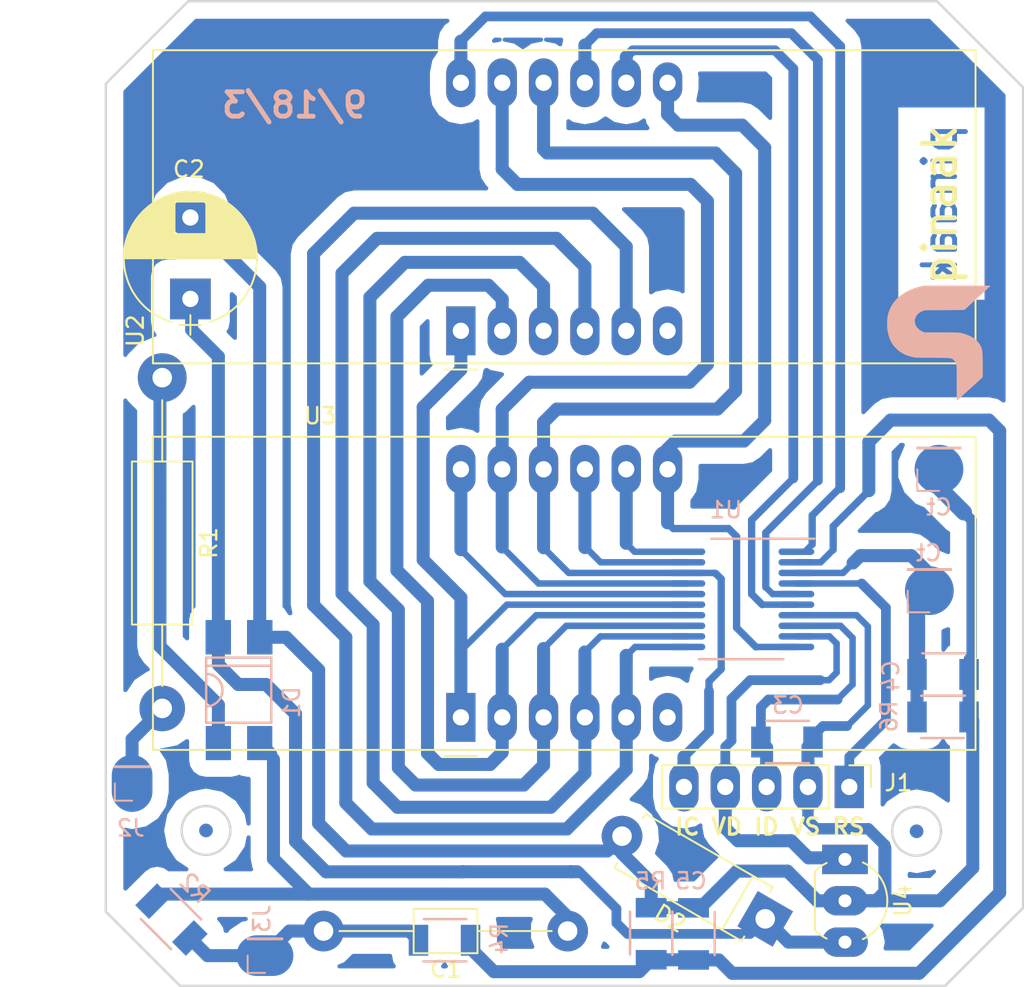
<source format=kicad_pcb>
(kicad_pcb (version 20240108) (generator "pcbnew") (generator_version "8.0")
  (layers (0 "F.Cu" signal) (31 "B.Cu" signal) (34 "B.Paste" user) (35 "F.Paste" user) (36 "B.SilkS" user "B.Silkscreen") (37 "F.SilkS" user "F.Silkscreen") (38 "B.Mask" user) (39 "F.Mask" user) (44 "Edge.Cuts" user))
  (net 0 "")
  (net 1 "E")
  (net 2 "D")
  (net 3 "C")
  (net 4 "G")
  (net 5 "Net-(U2-Pad6)")
  (net 6 "B")
  (net 7 "D3")
  (net 8 "D2")
  (net 9 "F")
  (net 10 "A")
  (net 11 "D1")
  (net 12 "Net-(U3-Pad6)")
  (net 13 "D6")
  (net 14 "D5")
  (net 15 "D4")
  (net 16 "VSS")
  (net 17 "VDD")
  (net 18 "NRST")
  (net 19 "Net-(C1-Pad1)")
  (net 20 "Net-(C1-Pad2)")
  (net 21 "Net-(C2-Pad1)")
  (net 22 "Net-(J2-Pad1)")
  (net 23 "Net-(D1-Pad3)")
  (net 24 "AC_voltage")
  (net 25 "current")
  (net 26 "Vcap")
  (net 27 "DP")
  (footprint "Displays_7-Segment:CA56-12SYKWA" (layer "F.Cu") (at 142.74 116.95 90)
    (property "Reference" "U3" (at 18.52 -8.64 180) (layer "F.SilkS"))
    (property "Value" "CA56-12SYKWA")
    (pad "1" thru_hole rect (at 0 0 90) (size 3 1.8) (drill 1) (layers "*.Cu" "*.Mask") (net 1 "E"))
    (pad "2" thru_hole oval (at 0 2.54 90) (size 3 1.8) (drill 1) (layers "*.Cu" "*.Mask") (net 2 "D"))
    (pad "3" thru_hole oval (at 0 5.08 90) (size 3 1.8) (drill 1) (layers "*.Cu" "*.Mask") (net 27 "DP"))
    (pad "4" thru_hole oval (at 0 7.62 90) (size 3 1.8) (drill 1) (layers "*.Cu" "*.Mask") (net 3 "C"))
    (pad "5" thru_hole oval (at 0 10.16 90) (size 3 1.8) (drill 1) (layers "*.Cu" "*.Mask") (net 4 "G"))
    (pad "6" thru_hole oval (at 0 12.7 90) (size 3 1.8) (drill 1) (layers "*.Cu" "*.Mask") (net 12 "Net-(U3-Pad6)"))
    (pad "7" thru_hole oval (at 15.24 12.7 90) (size 3 1.8) (drill 1) (layers "*.Cu" "*.Mask") (net 6 "B"))
    (pad "8" thru_hole oval (at 15.24 10.16 90) (size 3 1.8) (drill 1) (layers "*.Cu" "*.Mask") (net 13 "D6"))
    (pad "9" thru_hole oval (at 15.24 7.62 90) (size 3 1.8) (drill 1) (layers "*.Cu" "*.Mask") (net 14 "D5"))
    (pad "10" thru_hole oval (at 15.24 5.08 90) (size 3 1.8) (drill 1) (layers "*.Cu" "*.Mask") (net 9 "F"))
    (pad "11" thru_hole oval (at 15.24 2.54 90) (size 3 1.8) (drill 1) (layers "*.Cu" "*.Mask") (net 10 "A"))
    (pad "12" thru_hole oval (at 15.24 0 90) (size 3 1.8) (drill 1) (layers "*.Cu" "*.Mask") (net 15 "D4"))
  )
  (footprint "Displays_7-Segment:CA56-12SYKWA" (layer "F.Cu") (at 142.74 93.2 90)
    (property "Reference" "U2" (at 0 -20 90) (layer "F.SilkS"))
    (property "Value" "CA56-12SYKWA")
    (pad "1" thru_hole rect (at 0 0 90) (size 3 1.8) (drill 1) (layers "*.Cu" "*.Mask") (net 1 "E"))
    (pad "2" thru_hole oval (at 0 2.54 90) (size 3 1.8) (drill 1) (layers "*.Cu" "*.Mask") (net 2 "D"))
    (pad "3" thru_hole oval (at 0 5.08 90) (size 3 1.8) (drill 1) (layers "*.Cu" "*.Mask") (net 27 "DP"))
    (pad "4" thru_hole oval (at 0 7.62 90) (size 3 1.8) (drill 1) (layers "*.Cu" "*.Mask") (net 3 "C"))
    (pad "5" thru_hole oval (at 0 10.16 90) (size 3 1.8) (drill 1) (layers "*.Cu" "*.Mask") (net 4 "G"))
    (pad "6" thru_hole oval (at 0 12.7 90) (size 3 1.8) (drill 1) (layers "*.Cu" "*.Mask") (net 5 "Net-(U2-Pad6)"))
    (pad "7" thru_hole oval (at 15.24 12.7 90) (size 2.5 1.8) (drill 1) (layers "*.Cu" "*.Mask") (net 6 "B"))
    (pad "8" thru_hole oval (at 15.24 10.16 90) (size 3 1.8) (drill 1) (layers "*.Cu" "*.Mask") (net 7 "D3"))
    (pad "9" thru_hole oval (at 15.24 7.62 90) (size 3 1.8) (drill 1) (layers "*.Cu" "*.Mask") (net 8 "D2"))
    (pad "10" thru_hole oval (at 15.24 5.08 90) (size 3 1.8) (drill 1) (layers "*.Cu" "*.Mask") (net 9 "F"))
    (pad "11" thru_hole oval (at 15.24 2.54 90) (size 3 1.8) (drill 1) (layers "*.Cu" "*.Mask") (net 10 "A"))
    (pad "12" thru_hole oval (at 15.24 0 90) (size 3 1.8) (drill 1) (layers "*.Cu" "*.Mask") (net 11 "D1"))
  )
  (footprint "Capacitors_THT:C_Axial_L3.8mm_D2.6mm_P15.00mm_Horizontal" (layer "F.Cu") (at 149.3 130.08 180)
    (property "Reference" "C1" (at 7.48 -2.35 180) (layer "F.SilkS"))
    (property "Value" "684J")
    (pad "1" thru_hole circle (at 0 0 180) (size 2.5 2.5) (drill 1.2) (layers "*.Cu" "*.Mask") (net 19 "Net-(C1-Pad1)"))
    (pad "2" thru_hole circle (at 15 0 180) (size 2.5 2.5) (drill 1.2) (layers "*.Cu" "*.Mask") (net 20 "Net-(C1-Pad2)"))
  )
  (footprint "Capacitors_THT:CP_Radial_D8.0mm_P5.00mm" (layer "F.Cu") (at 126.12 91.24 90)
    (property "Reference" "C2" (at 7.965 -0.095 180) (layer "F.SilkS"))
    (property "Value" "470uf")
    (pad "1" thru_hole rect (at 0 0 90) (size 2.5 2.5) (drill 1) (layers "*.Cu" "*.Mask") (net 21 "Net-(C2-Pad1)"))
    (pad "2" thru_hole circle (at 5 0 90) (size 2.5 2.5) (drill 1) (layers "*.Cu" "*.Mask") (net 16 "VSS"))
  )
  (footprint "Diodes_THT:D_5W_P10.16mm_Horizontal" (layer "F.Cu") (at 161.44 129.33 150)
    (property "Reference" "D2" (at 5.08 -2.91 150) (layer "F.SilkS"))
    (property "Value" "7.5V")
    (pad "1" thru_hole rect (at 0 0 150) (size 2.5 2.5) (drill 1.2) (layers "*.Cu" "*.Mask") (net 21 "Net-(C2-Pad1)"))
    (pad "2" thru_hole oval (at 10.16 0 150) (size 2.5 2.5) (drill 1.2) (layers "*.Cu" "*.Mask") (net 16 "VSS"))
  )
  (footprint "TO_SOT_Packages_THT:TO-92_Inline_Wide" (layer "F.Cu") (at 166.34 125.68 -90)
    (property "Reference" "U4" (at 2.54 -3.56 90) (layer "F.SilkS"))
    (property "Value" "L78L05_TO92")
    (pad "1" thru_hole rect (at 0 0) (size 2.8 1.8) (drill 0.8) (layers "*.Cu" "*.Mask") (net 17 "VDD"))
    (pad "2" thru_hole oval (at 2.54 0) (size 2.8 1.8) (drill 0.8) (layers "*.Cu" "*.Mask") (net 16 "VSS"))
    (pad "3" thru_hole oval (at 5.08 0) (size 2.8 1.8) (drill 0.8) (layers "*.Cu" "*.Mask") (net 21 "Net-(C2-Pad1)"))
  )
  (footprint "Resistors_THT:R_Axial_DIN0411_L9.9mm_D3.6mm_P20.32mm_Horizontal" (layer "F.Cu") (at 124.39 96.08 -90)
    (property "Reference" "R1" (at 10.16 -2.86 -90) (layer "F.SilkS"))
    (property "Value" "100R")
    (pad "1" thru_hole circle (at 0 0 270) (size 3 3) (drill 1.2) (layers "*.Cu" "*.Mask") (net 23 "Net-(D1-Pad3)"))
    (pad "2" thru_hole oval (at 20.32 0 270) (size 2.8 2.8) (drill 1.2) (layers "*.Cu" "*.Mask") (net 22 "Net-(J2-Pad1)"))
  )
  (footprint "Pin_Headers:Pin_Header_Straight_1x05_Pitch2.54mm" (layer "F.Cu") (at 166.605 121.225 -90)
    (property "Reference" "J1" (at -0.25 -3.02 0) (layer "F.SilkS"))
    (property "Value" "Conn_01x05")
    (pad "1" thru_hole rect (at 0 0 270) (size 2.6 1.8) (drill 1) (layers "*.Cu" "*.Mask") (net 18 "NRST"))
    (pad "2" thru_hole oval (at 0 2.54 270) (size 3 1.8) (drill 1) (layers "*.Cu" "*.Mask") (net 16 "VSS"))
    (pad "3" thru_hole oval (at 0 5.08 270) (size 3 1.8) (drill 1) (layers "*.Cu" "*.Mask") (net 26 "Vcap"))
    (pad "4" thru_hole oval (at 0 7.62 270) (size 3 1.8) (drill 1) (layers "*.Cu" "*.Mask") (net 17 "VDD"))
    (pad "5" thru_hole oval (at 0 10.16 270) (size 3 1.8) (drill 1) (layers "*.Cu" "*.Mask") (net 9 "F"))
  )
  (footprint "MB10_Bridge:MB10_bridge" (layer "B.Cu") (at 127.84 112.03 -90)
    (property "Reference" "D1" (at 4 -4.5 -90) (layer "B.SilkS") (effects (justify mirror)))
    (property "Value" "D_Bridge_+-AA")
    (pad "1" smd rect (at 0 0 270) (size 2.1 1.55) (layers "B.Cu" "B.Paste" "B.Mask") (net 21 "Net-(C2-Pad1)"))
    (pad "1" smd rect (at 0 0 270) (size 2.1 1.55) (layers "B.Cu" "B.Paste" "B.Mask") (net 21 "Net-(C2-Pad1)"))
    (pad "1" smd rect (at 0 0 270) (size 2.1 1.55) (layers "B.Cu" "B.Paste" "B.Mask") (net 21 "Net-(C2-Pad1)"))
    (pad "1" smd rect (at 0 0 270) (size 2.1 1.55) (layers "B.Cu" "B.Paste" "B.Mask") (net 21 "Net-(C2-Pad1)"))
    (pad "2" smd rect (at 0 -2.54 270) (size 2.1 1.55) (layers "B.Cu" "B.Paste" "B.Mask") (net 16 "VSS"))
    (pad "2" smd rect (at 0 -2.54 270) (size 2.1 1.55) (layers "B.Cu" "B.Paste" "B.Mask") (net 16 "VSS"))
    (pad "2" smd rect (at 0 -2.54 270) (size 2.1 1.55) (layers "B.Cu" "B.Paste" "B.Mask") (net 16 "VSS"))
    (pad "2" smd rect (at 0 -2.54 270) (size 2.1 1.55) (layers "B.Cu" "B.Paste" "B.Mask") (net 16 "VSS"))
    (pad "3" smd rect (at 6.5 0 270) (size 2.1 1.55) (layers "B.Cu" "B.Paste" "B.Mask") (net 23 "Net-(D1-Pad3)"))
    (pad "4" smd rect (at 6.5 -2.54 270) (size 2.1 1.55) (layers "B.Cu" "B.Paste" "B.Mask") (net 19 "Net-(C1-Pad1)"))
  )
  (footprint "Pin_Headers:Pin_Header_Straight_1x01_Pitch2.00mm" (layer "B.Cu") (at 122.54 121.01)
    (property "Reference" "J2" (at -0.085 2.745 0) (layer "B.SilkS") (effects (justify mirror)))
    (property "Value" "Conn_01x01")
    (pad "1" smd oval (at 0 0) (size 2.5 3.5) (layers "B.Cu" "B.Paste" "B.Mask") (net 22 "Net-(J2-Pad1)"))
  )
  (footprint "Pin_Headers:Pin_Header_Straight_1x01_Pitch2.00mm" (layer "B.Cu") (at 130.7 131.59)
    (property "Reference" "J3" (at -0.185 -2.265 90) (layer "B.SilkS") (effects (justify mirror)))
    (property "Value" "Conn_01x01")
    (pad "1" smd oval (at 0 0) (size 3.5 2.5) (layers "B.Cu" "B.Paste" "B.Mask") (net 20 "Net-(C1-Pad2)"))
  )
  (footprint "Pin_Headers:Pin_Header_Straight_1x01_Pitch2.54mm" (layer "B.Cu") (at 171.525 109.165)
    (property "Reference" "Ct" (at -0.035 -2.315 0) (layer "B.SilkS") (effects (justify mirror)))
    (property "Value" "Conn_01x01")
    (pad "1" smd circle (at 0 0) (size 3 3) (layers "B.Cu" "B.Paste" "B.Mask") (net 25 "current"))
  )
  (footprint "Pin_Headers:Pin_Header_Straight_1x01_Pitch2.54mm" (layer "B.Cu") (at 172.115 101.705)
    (property "Reference" "Ct" (at 0 2.33 0) (layer "B.SilkS") (effects (justify mirror)))
    (property "Value" "Conn_01x01")
    (pad "1" smd circle (at 0 0) (size 3 3) (layers "B.Cu" "B.Paste" "B.Mask") (net 16 "VSS"))
  )
  (footprint "LOGO" (layer "B.Cu") (at 172.135 93.725 180)
    (property "Reference" "~" (hide yes))
    (property "Value" "" (hide yes))
  )
  (footprint "custom:Resistor_1206" (layer "B.Cu") (at 157.035 128.655 -90)
    (property "Reference" "C5" (at -1.65 0.16 0) (layer "B.SilkS") (effects (justify mirror)))
    (property "Value" "C")
    (pad "1" smd rect (at 0 0 270) (size 1.2 1.9) (layers "B.Cu" "B.Paste" "B.Mask") (net 16 "VSS"))
    (pad "2" smd rect (at 3.2 0 270) (size 1.2 1.9) (layers "B.Cu" "B.Paste" "B.Mask") (net 24 "AC_voltage"))
  )
  (footprint "custom:Resistor_1206" (layer "B.Cu") (at 123.825 128.245 -45)
    (property "Reference" "R2" (at 1.25 -2.375 -45) (layer "B.SilkS") (effects (justify mirror)))
    (property "Value" "470KR")
    (pad "1" smd rect (at 0 0 315) (size 1.2 1.9) (layers "B.Cu" "B.Paste" "B.Mask") (net 19 "Net-(C1-Pad1)"))
    (pad "2" smd rect (at 3.2 0 315) (size 1.2 1.9) (layers "B.Cu" "B.Paste" "B.Mask") (net 20 "Net-(C1-Pad2)"))
  )
  (footprint "custom:Resistor_1206" (layer "B.Cu") (at 143.335 130.645 180)
    (property "Reference" "R4" (at -1.77 0.1 -90) (layer "B.SilkS") (effects (justify mirror)))
    (property "Value" "330KR")
    (pad "1" smd rect (at 0 0 180) (size 1.2 1.9) (layers "B.Cu" "B.Paste" "B.Mask") (net 24 "AC_voltage"))
    (pad "2" smd rect (at 3.2 0 180) (size 1.2 1.9) (layers "B.Cu" "B.Paste" "B.Mask") (net 20 "Net-(C1-Pad2)"))
  )
  (footprint "custom:Resistor_1206" (layer "B.Cu") (at 154.435 128.645 -90)
    (property "Reference" "R5" (at -1.63 0.05 0) (layer "B.SilkS") (effects (justify mirror)))
    (property "Value" "1.5KR")
    (pad "1" smd rect (at 0 0 270) (size 1.2 1.9) (layers "B.Cu" "B.Paste" "B.Mask") (net 16 "VSS"))
    (pad "2" smd rect (at 3.2 0 270) (size 1.2 1.9) (layers "B.Cu" "B.Paste" "B.Mask") (net 24 "AC_voltage"))
  )
  (footprint "custom:Resistor_1206" (layer "B.Cu") (at 170.765 116.925)
    (property "Reference" "C4" (at -1.6 -2.51 90) (layer "B.SilkS") (effects (justify mirror)))
    (property "Value" "C")
    (pad "1" smd rect (at 0 0) (size 1.2 1.9) (layers "B.Cu" "B.Paste" "B.Mask") (net 25 "current"))
    (pad "2" smd rect (at 3.2 0) (size 1.2 1.9) (layers "B.Cu" "B.Paste" "B.Mask") (net 16 "VSS"))
  )
  (footprint "custom:Resistor_1206" (layer "B.Cu") (at 173.965 114.315 180)
    (property "Reference" "R6" (at 4.92 -2.58 -90) (layer "B.SilkS") (effects (justify mirror)))
    (property "Value" "100R")
    (pad "1" smd rect (at 0 0 180) (size 1.2 1.9) (layers "B.Cu" "B.Paste" "B.Mask") (net 16 "VSS"))
    (pad "2" smd rect (at 3.2 0 180) (size 1.2 1.9) (layers "B.Cu" "B.Paste" "B.Mask") (net 25 "current"))
  )
  (footprint "custom:Resistor_1206" (layer "B.Cu") (at 164.375 118.465 180)
    (property "Reference" "C3" (at 1.54 2.26 180) (layer "B.SilkS") (effects (justify mirror)))
    (property "Value" "C")
    (pad "1" smd rect (at 0 0 180) (size 1.2 1.9) (layers "B.Cu" "B.Paste" "B.Mask") (net 16 "VSS"))
    (pad "2" smd rect (at 3.2 0 180) (size 1.2 1.9) (layers "B.Cu" "B.Paste" "B.Mask") (net 26 "Vcap"))
  )
  (footprint "custom:SSOP-20_custom" (layer "B.Cu") (at 163.355 106.775 180)
    (property "Reference" "U1" (at 4.33 2.57 180) (layer "B.SilkS") (effects (justify mirror)))
    (property "Value" "STM8003F3")
    (pad "1" smd oval (at 0 0 180) (size 2.2 0.4) (layers "B.Cu" "B.Paste" "B.Mask") (net 11 "D1"))
    (pad "2" smd oval (at 0 -0.65 180) (size 2.2 0.4) (layers "B.Cu" "B.Paste" "B.Mask") (net 24 "AC_voltage"))
    (pad "3" smd oval (at 0 -1.3 180) (size 2.2 0.4) (layers "B.Cu" "B.Paste" "B.Mask") (net 25 "current"))
    (pad "4" smd oval (at 0 -1.95 180) (size 2.2 0.4) (layers "B.Cu" "B.Paste" "B.Mask") (net 18 "NRST"))
    (pad "5" smd oval (at 0 -2.6 180) (size 2.2 0.4) (layers "B.Cu" "B.Paste" "B.Mask") (net 8 "D2"))
    (pad "6" smd oval (at 0 -3.25 180) (size 2.2 0.4) (layers "B.Cu" "B.Paste" "B.Mask") (net 7 "D3"))
    (pad "7" smd oval (at 0 -3.9 180) (size 2.2 0.4) (layers "B.Cu" "B.Paste" "B.Mask") (net 16 "VSS"))
    (pad "8" smd oval (at 0 -4.55 180) (size 2.2 0.4) (layers "B.Cu" "B.Paste" "B.Mask") (net 26 "Vcap"))
    (pad "9" smd oval (at 0 -5.2 180) (size 2.2 0.4) (layers "B.Cu" "B.Paste" "B.Mask") (net 17 "VDD"))
    (pad "10" smd oval (at 0 -5.85 180) (size 2.2 0.4) (layers "B.Cu" "B.Paste" "B.Mask") (net 6 "B"))
    (pad "11" smd oval (at 6.7 -5.85 180) (size 2.2 0.4) (layers "B.Cu" "B.Paste" "B.Mask") (net 4 "G"))
    (pad "12" smd oval (at 6.7 -5.2 180) (size 2.2 0.4) (layers "B.Cu" "B.Paste" "B.Mask") (net 3 "C"))
    (pad "13" smd oval (at 6.7 -4.55 180) (size 2.2 0.4) (layers "B.Cu" "B.Paste" "B.Mask") (net 27 "DP"))
    (pad "14" smd oval (at 6.7 -3.9 180) (size 2.2 0.4) (layers "B.Cu" "B.Paste" "B.Mask") (net 2 "D"))
    (pad "15" smd oval (at 6.7 -3.25 180) (size 2.2 0.4) (layers "B.Cu" "B.Paste" "B.Mask") (net 1 "E"))
    (pad "16" smd oval (at 6.7 -2.6 180) (size 2.2 0.4) (layers "B.Cu" "B.Paste" "B.Mask") (net 15 "D4"))
    (pad "17" smd oval (at 6.7 -1.95 180) (size 2.2 0.4) (layers "B.Cu" "B.Paste" "B.Mask") (net 10 "A"))
    (pad "18" smd oval (at 6.7 -1.3 180) (size 2.2 0.4) (layers "B.Cu" "B.Paste" "B.Mask") (net 9 "F"))
    (pad "19" smd oval (at 6.7 -0.65 180) (size 2.2 0.4) (layers "B.Cu" "B.Paste" "B.Mask") (net 14 "D5"))
    (pad "20" smd oval (at 6.7 0 180) (size 2.2 0.4) (layers "B.Cu" "B.Paste" "B.Mask") (net 13 "D6"))
  )
  (gr_line (start 125.49 133.45) (end 172.49 133.45) (stroke (width 0.15)) (layer "Edge.Cuts"))
  (gr_line (start 125.99 72.95) (end 171.99 72.95) (stroke (width 0.15)) (layer "Edge.Cuts"))
  (gr_circle (center 170.74 123.95) (end 170.74 122.45) (stroke (width 0.15)) (fill none) (layer "Edge.Cuts"))
  (gr_circle (center 127.08 123.9) (end 127.08 122.4) (stroke (width 0.15)) (fill none) (layer "Edge.Cuts"))
  (gr_line (start 120.925 128.885) (end 120.925 78.015) (stroke (width 0.15)) (layer "Edge.Cuts"))
  (gr_line (start 177.285 128.655) (end 172.495 133.445) (stroke (width 0.15)) (layer "Edge.Cuts"))
  (gr_line (start 171.995 72.955) (end 171.985 72.955) (stroke (width 0.15)) (layer "Edge.Cuts"))
  (gr_line (start 177.285 128.655) (end 177.285 78.245) (stroke (width 0.15)) (layer "Edge.Cuts"))
  (gr_line (start 177.285 78.245) (end 171.995 72.955) (stroke (width 0.15)) (layer "Edge.Cuts"))
  (gr_line (start 120.925 78.015) (end 125.985 72.955) (stroke (width 0.15)) (layer "Edge.Cuts"))
  (gr_line (start 120.925 128.885) (end 125.485 133.445) (stroke (width 0.15)) (layer "Edge.Cuts"))
  (gr_line (start 125.985 72.955) (end 125.995 72.955) (stroke (width 0.15)) (layer "Edge.Cuts"))
  (gr_text "pinaak" (at 172.165 85.385 90) (layer "B.Cu") (effects (font (size 2 2) (thickness 0.3)) (justify mirror)))
  (gr_text "9/18/3\n" (at 132.525 79.335 0) (layer "B.SilkS") (effects (font (size 1.5 1.5) (thickness 0.3)) (justify mirror)))
  (gr_text "pinaak" (at 172.165 85.445 90) (layer "F.SilkS") (effects (font (size 2 2) (thickness 0.3))))
  (gr_text "IC VD ID VS RS" (at 161.725 123.675 0) (layer "F.SilkS") (effects (font (size 1 1) (thickness 0.2))))
  (segment (start 142.74 116.95) (end 142.74 112.86) (width 0.8) (layer "B.Cu") (net 1))
  (segment (start 142.74 112.86) (end 142.74 109.59) (width 0.8) (layer "B.Cu") (net 1))
  (segment (start 142.74 109.59) (end 140.425 107.275) (width 0.8) (layer "B.Cu") (net 1))
  (segment (start 140.425 107.275) (end 140.425 97.895) (width 0.8) (layer "B.Cu") (net 1))
  (segment (start 140.425 97.895) (end 142.74 95.58) (width 0.8) (layer "B.Cu") (net 1))
  (segment (start 142.74 95.58) (end 142.74 93.2) (width 0.8) (layer "B.Cu") (net 1))
  (segment (start 145.575 110.025) (end 142.74 112.86) (width 0.4) (layer "B.Cu") (net 1))
  (segment (start 156.655 110.025) (end 145.575 110.025) (width 0.4) (layer "B.Cu") (net 1))
  (segment (start 145.28 116.95) (end 145.28 119.1) (width 0.8) (layer "B.Cu") (net 2))
  (segment (start 145.28 119.1) (end 144.535 119.845) (width 0.8) (layer "B.Cu") (net 2))
  (segment (start 144.535 119.845) (end 141.38 119.845) (width 0.8) (layer "B.Cu") (net 2))
  (segment (start 141.38 119.845) (end 140.69 119.155) (width 0.8) (layer "B.Cu") (net 2))
  (segment (start 140.69 119.155) (end 140.69 109.8) (width 0.8) (layer "B.Cu") (net 2))
  (segment (start 140.69 109.8) (end 138.81 107.92) (width 0.8) (layer "B.Cu") (net 2))
  (segment (start 138.81 107.92) (end 138.81 92.33) (width 0.8) (layer "B.Cu") (net 2))
  (segment (start 138.81 92.33) (end 140.74 90.4) (width 0.8) (layer "B.Cu") (net 2))
  (segment (start 140.74 90.4) (end 144.43 90.4) (width 0.8) (layer "B.Cu") (net 2))
  (segment (start 144.43 90.4) (end 145.28 91.25) (width 0.8) (layer "B.Cu") (net 2))
  (segment (start 145.28 91.25) (end 145.28 93.2) (width 0.8) (layer "B.Cu") (net 2))
  (segment (start 147.365 110.675) (end 145.28 112.76) (width 0.4) (layer "B.Cu") (net 2))
  (segment (start 145.28 112.76) (end 145.28 116.95) (width 0.8) (layer "B.Cu") (net 2))
  (segment (start 156.655 110.675) (end 147.365 110.675) (width 0.4) (layer "B.Cu") (net 2))
  (segment (start 150.36 116.95) (end 150.36 120.38) (width 0.8) (layer "B.Cu") (net 3))
  (segment (start 150.36 120.38) (end 148.265 122.475) (width 0.8) (layer "B.Cu") (net 3))
  (segment (start 148.265 122.475) (end 138.845 122.475) (width 0.8) (layer "B.Cu") (net 3))
  (segment (start 138.845 122.475) (end 137.35 120.98) (width 0.8) (layer "B.Cu") (net 3))
  (segment (start 137.35 120.98) (end 137.35 111.26) (width 0.8) (layer "B.Cu") (net 3))
  (segment (start 137.35 111.26) (end 135.435 109.345) (width 0.8) (layer "B.Cu") (net 3))
  (segment (start 135.435 109.345) (end 135.435 89.675) (width 0.8) (layer "B.Cu") (net 3))
  (segment (start 135.435 89.675) (end 137.59 87.52) (width 0.8) (layer "B.Cu") (net 3))
  (segment (start 137.59 87.52) (end 148.62 87.52) (width 0.8) (layer "B.Cu") (net 3))
  (segment (start 148.62 87.52) (end 150.36 89.26) (width 0.8) (layer "B.Cu") (net 3))
  (segment (start 150.36 89.26) (end 150.36 93.2) (width 0.8) (layer "B.Cu") (net 3))
  (segment (start 151.315 111.975) (end 150.36 112.93) (width 0.4) (layer "B.Cu") (net 3))
  (segment (start 150.36 112.93) (end 150.36 116.95) (width 0.8) (layer "B.Cu") (net 3))
  (segment (start 156.655 111.975) (end 151.315 111.975) (width 0.4) (layer "B.Cu") (net 3))
  (segment (start 150.845 85.975) (end 136.175 85.975) (width 0.8) (layer "B.Cu") (net 4))
  (segment (start 136.175 85.975) (end 133.69 88.46) (width 0.8) (layer "B.Cu") (net 4))
  (segment (start 133.69 88.46) (end 133.69 110.055) (width 0.8) (layer "B.Cu") (net 4))
  (segment (start 133.69 110.055) (end 135.67 112.035) (width 0.8) (layer "B.Cu") (net 4))
  (segment (start 135.67 112.035) (end 135.67 122.21) (width 0.8) (layer "B.Cu") (net 4))
  (segment (start 135.67 122.21) (end 137.27 123.81) (width 0.8) (layer "B.Cu") (net 4))
  (segment (start 137.27 123.81) (end 149.25 123.81) (width 0.8) (layer "B.Cu") (net 4))
  (segment (start 149.25 123.81) (end 152.9 120.16) (width 0.8) (layer "B.Cu") (net 4))
  (segment (start 152.9 93.2) (end 152.9 88.03) (width 0.8) (layer "B.Cu") (net 4))
  (segment (start 152.9 88.03) (end 150.845 85.975) (width 0.8) (layer "B.Cu") (net 4))
  (segment (start 152.9 120.16) (end 152.9 116.95) (width 0.8) (layer "B.Cu") (net 4))
  (segment (start 152.9 93.2) (end 152.9 94.04) (width 0.45) (layer "B.Cu") (net 4))
  (segment (start 153.445 112.625) (end 152.9 113.17) (width 0.4) (layer "B.Cu") (net 4))
  (segment (start 152.9 113.17) (end 152.9 113.14) (width 0.8) (layer "B.Cu") (net 4))
  (segment (start 156.655 112.625) (end 153.445 112.625) (width 0.4) (layer "B.Cu") (net 4))
  (segment (start 152.9 116.95) (end 152.9 113.17) (width 0.8) (layer "B.Cu") (net 4))
  (segment (start 159.68 111.44) (end 159.68 105.84) (width 0.45) (layer "B.Cu") (net 6))
  (segment (start 160.865 112.625) (end 159.68 111.44) (width 0.45) (layer "B.Cu") (net 6))
  (segment (start 155.44 105) (end 155.44 101.71) (width 0.45) (layer "B.Cu") (net 6))
  (segment (start 155.79 105.35) (end 155.44 105) (width 0.45) (layer "B.Cu") (net 6))
  (segment (start 159.19 105.35) (end 155.79 105.35) (width 0.45) (layer "B.Cu") (net 6))
  (segment (start 159.68 105.84) (end 159.19 105.35) (width 0.45) (layer "B.Cu") (net 6))
  (segment (start 155.44 102.15) (end 155.44 101.71) (width 0.2) (layer "B.Cu") (net 6))
  (segment (start 155.44 100.46) (end 155.925 99.975) (width 0.8) (layer "B.Cu") (net 6))
  (segment (start 155.925 99.975) (end 160.135 99.975) (width 0.8) (layer "B.Cu") (net 6))
  (segment (start 160.135 99.975) (end 161.405 98.705) (width 0.8) (layer "B.Cu") (net 6))
  (segment (start 161.405 98.705) (end 161.405 81.945) (width 0.8) (layer "B.Cu") (net 6))
  (segment (start 161.405 81.945) (end 160.025 80.565) (width 0.8) (layer "B.Cu") (net 6))
  (segment (start 160.025 80.565) (end 156.095 80.565) (width 0.8) (layer "B.Cu") (net 6))
  (segment (start 156.095 80.565) (end 155.44 79.91) (width 0.8) (layer "B.Cu") (net 6))
  (segment (start 155.44 79.91) (end 155.44 77.96) (width 0.8) (layer "B.Cu") (net 6))
  (segment (start 155.44 101.71) (end 155.44 100.46) (width 0.8) (layer "B.Cu") (net 6))
  (segment (start 163.355 112.625) (end 160.865 112.625) (width 0.4) (layer "B.Cu") (net 6))
  (segment (start 155.44 101.71) (end 155.44 105) (width 0.8) (layer "B.Cu") (net 6))
  (segment (start 152.9 77.96) (end 152.98 77.96) (width 0.2) (layer "B.Cu") (net 7))
  (segment (start 161.255 110.025) (end 160.605 109.375) (width 0.45) (layer "B.Cu") (net 7))
  (segment (start 160.605 109.375) (end 160.605 104.825) (width 0.45) (layer "B.Cu") (net 7))
  (segment (start 160.605 104.825) (end 163.165 102.265) (width 0.45) (layer "B.Cu") (net 7))
  (segment (start 163.165 102.265) (end 163.165 77.095) (width 0.45) (layer "B.Cu") (net 7))
  (segment (start 152.9 76.37) (end 153.305 75.965) (width 0.6) (layer "B.Cu") (net 7))
  (segment (start 153.305 75.965) (end 162.035 75.965) (width 0.6) (layer "B.Cu") (net 7))
  (segment (start 162.035 75.965) (end 163.165 77.095) (width 0.6) (layer "B.Cu") (net 7))
  (segment (start 163.165 77.095) (end 163.165 102.265) (width 0.6) (layer "B.Cu") (net 7))
  (segment (start 163.355 110.025) (end 161.255 110.025) (width 0.4) (layer "B.Cu") (net 7))
  (segment (start 152.9 77.96) (end 152.9 76.37) (width 0.8) (layer "B.Cu") (net 7))
  (segment (start 161.475 108.955) (end 161.475 105.605) (width 0.45) (layer "B.Cu") (net 8))
  (segment (start 161.475 105.605) (end 164.675 102.405) (width 0.45) (layer "B.Cu") (net 8))
  (segment (start 150.36 75.64) (end 151.085 74.915) (width 0.6) (layer "B.Cu") (net 8))
  (segment (start 151.085 74.915) (end 163.045 74.915) (width 0.6) (layer "B.Cu") (net 8))
  (segment (start 163.045 74.915) (end 164.675 76.545) (width 0.6) (layer "B.Cu") (net 8))
  (segment (start 164.675 76.545) (end 164.675 102.405) (width 0.6) (layer "B.Cu") (net 8))
  (segment (start 161.895 109.375) (end 161.475 108.955) (width 0.4) (layer "B.Cu") (net 8))
  (segment (start 150.36 77.96) (end 150.36 75.64) (width 0.8) (layer "B.Cu") (net 8))
  (segment (start 161.895 109.375) (end 163.355 109.375) (width 0.4) (layer "B.Cu") (net 8))
  (segment (start 147.82 101.71) (end 147.82 98.82) (width 0.8) (layer "B.Cu") (net 9))
  (segment (start 147.82 82.06) (end 147.82 77.96) (width 0.8) (layer "B.Cu") (net 9))
  (segment (start 148.035 82.275) (end 147.82 82.06) (width 0.8) (layer "B.Cu") (net 9))
  (segment (start 158.375 82.275) (end 148.035 82.275) (width 0.8) (layer "B.Cu") (net 9))
  (segment (start 159.62 83.52) (end 158.375 82.275) (width 0.8) (layer "B.Cu") (net 9))
  (segment (start 159.62 96.89) (end 159.62 83.52) (width 0.8) (layer "B.Cu") (net 9))
  (segment (start 158.5 98.01) (end 159.62 96.89) (width 0.8) (layer "B.Cu") (net 9))
  (segment (start 148.63 98.01) (end 158.5 98.01) (width 0.8) (layer "B.Cu") (net 9))
  (segment (start 147.82 98.82) (end 148.63 98.01) (width 0.8) (layer "B.Cu") (net 9))
  (segment (start 147.82 77.96) (end 147.82 78.78) (width 0.45) (layer "B.Cu") (net 9))
  (segment (start 149.365 108.075) (end 147.82 106.53) (width 0.4) (layer "B.Cu") (net 9))
  (segment (start 156.445 119.355) (end 157.985 117.815) (width 0.6) (layer "B.Cu") (net 9))
  (segment (start 157.985 117.815) (end 157.985 115.325) (width 0.6) (layer "B.Cu") (net 9))
  (segment (start 157.985 114.735) (end 158.735 113.985) (width 0.45) (layer "B.Cu") (net 9))
  (segment (start 158.735 113.985) (end 158.735 108.445) (width 0.45) (layer "B.Cu") (net 9))
  (segment (start 158.735 108.445) (end 158.435 108.145) (width 0.45) (layer "B.Cu") (net 9))
  (segment (start 158.435 108.145) (end 158.415 108.145) (width 0.45) (layer "B.Cu") (net 9))
  (segment (start 158.365 108.075) (end 158.435 108.145) (width 0.4) (layer "B.Cu") (net 9))
  (segment (start 156.445 119.375) (end 156.445 119.365) (width 0.45) (layer "B.Cu") (net 9))
  (segment (start 157.985 115.325) (end 157.985 114.735) (width 0.45) (layer "B.Cu") (net 9))
  (segment (start 156.445 121.225) (end 156.445 119.375) (width 0.8) (layer "B.Cu") (net 9))
  (segment (start 147.82 106.53) (end 147.82 101.71) (width 0.8) (layer "B.Cu") (net 9))
  (segment (start 156.655 108.075) (end 158.365 108.075) (width 0.4) (layer "B.Cu") (net 9))
  (segment (start 156.655 108.075) (end 149.365 108.075) (width 0.4) (layer "B.Cu") (net 9))
  (segment (start 156.445 119.365) (end 156.445 119.355) (width 0.6) (layer "B.Cu") (net 9))
  (segment (start 156.79 96.36) (end 157.89 95.26) (width 0.8) (layer "B.Cu") (net 10))
  (segment (start 146.94 96.36) (end 156.79 96.36) (width 0.8) (layer "B.Cu") (net 10))
  (segment (start 145.28 101.71) (end 145.28 98.02) (width 0.8) (layer "B.Cu") (net 10))
  (segment (start 145.28 83.27) (end 145.28 77.96) (width 0.8) (layer "B.Cu") (net 10))
  (segment (start 146.215 84.205) (end 145.28 83.27) (width 0.8) (layer "B.Cu") (net 10))
  (segment (start 156.855 84.205) (end 146.215 84.205) (width 0.8) (layer "B.Cu") (net 10))
  (segment (start 157.89 85.24) (end 156.855 84.205) (width 0.8) (layer "B.Cu") (net 10))
  (segment (start 157.89 95.26) (end 157.89 85.24) (width 0.8) (layer "B.Cu") (net 10))
  (segment (start 145.28 98.02) (end 146.94 96.36) (width 0.8) (layer "B.Cu") (net 10))
  (segment (start 144.99 78.25) (end 145.28 77.96) (width 0.45) (layer "B.Cu") (net 10))
  (segment (start 147.515 108.725) (end 145.28 106.49) (width 0.4) (layer "B.Cu") (net 10))
  (segment (start 156.655 108.725) (end 147.515 108.725) (width 0.4) (layer "B.Cu") (net 10))
  (segment (start 145.28 106.49) (end 145.28 101.71) (width 0.8) (layer "B.Cu") (net 10))
  (segment (start 166.045 102.875) (end 166.045 75.715) (width 0.45) (layer "B.Cu") (net 11))
  (segment (start 166.045 75.715) (end 164.215 73.885) (width 0.45) (layer "B.Cu") (net 11))
  (segment (start 144.255 73.885) (end 142.74 75.4) (width 0.45) (layer "B.Cu") (net 11))
  (segment (start 142.74 75.4) (end 144.255 73.885) (width 0.6) (layer "B.Cu") (net 11))
  (segment (start 144.255 73.885) (end 164.215 73.885) (width 0.6) (layer "B.Cu") (net 11))
  (segment (start 164.215 73.885) (end 166.045 75.715) (width 0.6) (layer "B.Cu") (net 11))
  (segment (start 166.045 75.715) (end 166.045 102.825) (width 0.6) (layer "B.Cu") (net 11))
  (segment (start 164.325 106.325) (end 164.325 104.595) (width 0.45) (layer "B.Cu") (net 11))
  (segment (start 164.325 104.545) (end 166.045 102.825) (width 0.45) (layer "B.Cu") (net 11))
  (segment (start 166.045 102.825) (end 166.045 102.875) (width 0.6) (layer "B.Cu") (net 11))
  (segment (start 163.875 106.775) (end 164.325 106.325) (width 0.4) (layer "B.Cu") (net 11))
  (segment (start 142.74 77.96) (end 142.74 75.4) (width 0.8) (layer "B.Cu") (net 11))
  (segment (start 164.325 104.595) (end 164.325 104.545) (width 0.45) (layer "B.Cu") (net 11))
  (segment (start 163.355 106.775) (end 163.875 106.775) (width 0.4) (layer "B.Cu") (net 11))
  (segment (start 152.9 106.26) (end 152.9 101.71) (width 0.45) (layer "B.Cu") (net 13))
  (segment (start 153.415 106.775) (end 152.9 106.26) (width 0.4) (layer "B.Cu") (net 13))
  (segment (start 156.655 106.775) (end 153.415 106.775) (width 0.4) (layer "B.Cu") (net 13))
  (segment (start 152.9 101.71) (end 152.9 106.26) (width 0.8) (layer "B.Cu") (net 13))
  (segment (start 150.36 106.52) (end 150.36 101.71) (width 0.45) (layer "B.Cu") (net 14))
  (segment (start 151.325 107.425) (end 150.36 106.46) (width 0.4) (layer "B.Cu") (net 14))
  (segment (start 150.36 106.46) (end 150.36 106.52) (width 0.8) (layer "B.Cu") (net 14))
  (segment (start 156.655 107.425) (end 151.325 107.425) (width 0.4) (layer "B.Cu") (net 14))
  (segment (start 150.36 101.71) (end 150.36 106.46) (width 0.8) (layer "B.Cu") (net 14))
  (segment (start 142.74 106.65) (end 142.74 101.71) (width 0.45) (layer "B.Cu") (net 15))
  (segment (start 145.465 109.375) (end 142.74 106.65) (width 0.4) (layer "B.Cu") (net 15))
  (segment (start 156.655 109.375) (end 145.465 109.375) (width 0.4) (layer "B.Cu") (net 15))
  (segment (start 142.74 101.71) (end 142.74 106.65) (width 0.8) (layer "B.Cu") (net 15))
  (segment (start 135.69 125.16) (end 134 123.47) (width 0.8) (layer "B.Cu") (net 16))
  (segment (start 134 123.47) (end 134 114.03) (width 0.8) (layer "B.Cu") (net 16))
  (segment (start 134 114.03) (end 132 112.03) (width 0.8) (layer "B.Cu") (net 16))
  (segment (start 132 112.03) (end 130.38 112.03) (width 0.8) (layer "B.Cu") (net 16))
  (segment (start 130.38 112.03) (end 130.38 90.5) (width 0.8) (layer "B.Cu") (net 16))
  (segment (start 130.38 90.5) (end 126.12 86.24) (width 0.8) (layer "B.Cu") (net 16))
  (segment (start 166.34 128.22) (end 164.63 128.22) (width 0.8) (layer "B.Cu") (net 16))
  (segment (start 162.81 126.4) (end 159.7 126.4) (width 0.8) (layer "B.Cu") (net 16))
  (segment (start 164.63 128.22) (end 162.81 126.4) (width 0.8) (layer "B.Cu") (net 16))
  (segment (start 172.17 128.22) (end 166.34 128.22) (width 0.8) (layer "B.Cu") (net 16))
  (segment (start 172.17 128.22) (end 174.19 126.2) (width 0.8) (layer "B.Cu") (net 16))
  (segment (start 166.34 128.22) (end 168.25 128.22) (width 0.8) (layer "B.Cu") (net 16))
  (segment (start 168.79 127.68) (end 168.25 128.22) (width 0.8) (layer "B.Cu") (net 16))
  (segment (start 168.79 124.98) (end 168.79 127.68) (width 0.8) (layer "B.Cu") (net 16))
  (segment (start 151.731182 125.16) (end 152.641182 124.25) (width 0.8) (layer "B.Cu") (net 16))
  (segment (start 157.025 128.645) (end 157.035 128.655) (width 0.8) (layer "B.Cu") (net 16))
  (segment (start 152.641182 125.311182) (end 154.435 127.105) (width 0.8) (layer "B.Cu") (net 16))
  (segment (start 154.435 127.105) (end 154.435 128.645) (width 0.8) (layer "B.Cu") (net 16))
  (segment (start 157.445 128.655) (end 159.7 126.4) (width 0.8) (layer "B.Cu") (net 16))
  (segment (start 164.065 118.775) (end 164.375 118.465) (width 0.8) (layer "B.Cu") (net 16))
  (segment (start 164.985 117.485) (end 164.375 118.095) (width 0.6) (layer "B.Cu") (net 16))
  (segment (start 164.985 117.485) (end 166.465 117.485) (width 0.6) (layer "B.Cu") (net 16))
  (segment (start 167.055 110.675) (end 167.745 111.365) (width 0.4) (layer "B.Cu") (net 16))
  (segment (start 167.745 111.365) (end 167.745 116.215) (width 0.4) (layer "B.Cu") (net 16))
  (segment (start 167.745 116.215) (end 166.475 117.485) (width 0.4) (layer "B.Cu") (net 16))
  (segment (start 166.475 117.485) (end 166.465 117.485) (width 0.4) (layer "B.Cu") (net 16))
  (segment (start 174.19 117.15) (end 173.965 116.925) (width 0.8) (layer "B.Cu") (net 16))
  (segment (start 174.175 114.105) (end 173.965 114.315) (width 0.65) (layer "B.Cu") (net 16))
  (segment (start 172.115 102.825) (end 173.645 104.355) (width 1) (layer "B.Cu") (net 16))
  (segment (start 173.965 113.365) (end 174.125 113.205) (width 0.65) (layer "B.Cu") (net 16))
  (segment (start 174.125 113.205) (end 174.125 104.835) (width 0.65) (layer "B.Cu") (net 16))
  (segment (start 174.125 104.835) (end 173.645 104.355) (width 0.65) (layer "B.Cu") (net 16))
  (segment (start 168.79 124.81) (end 167.775 123.795) (width 0.7) (layer "B.Cu") (net 16))
  (segment (start 167.775 123.795) (end 164.565 123.795) (width 0.7) (layer "B.Cu") (net 16))
  (segment (start 164.565 123.795) (end 164.065 123.295) (width 0.7) (layer "B.Cu") (net 16))
  (segment (start 164.065 123.295) (end 164.065 121.225) (width 0.7) (layer "B.Cu") (net 16))
  (segment (start 151.731182 125.16) (end 135.69 125.16) (width 0.8) (layer "B.Cu") (net 16))
  (segment (start 163.355 110.675) (end 167.055 110.675) (width 0.4) (layer "B.Cu") (net 16))
  (segment (start 152.641182 124.25) (end 152.641182 125.311182) (width 0.8) (layer "B.Cu") (net 16))
  (segment (start 164.375 118.465) (end 164.375 118.095) (width 0.6) (layer "B.Cu") (net 16))
  (segment (start 168.79 124.98) (end 168.79 124.81) (width 0.7) (layer "B.Cu") (net 16))
  (segment (start 154.435 128.645) (end 157.025 128.645) (width 0.8) (layer "B.Cu") (net 16))
  (segment (start 172.115 101.705) (end 172.115 102.825) (width 1) (layer "B.Cu") (net 16))
  (segment (start 173.965 116.925) (end 173.965 114.315) (width 0.8) (layer "B.Cu") (net 16))
  (segment (start 172.115 101.705) (end 172.225 101.705) (width 0.65) (layer "B.Cu") (net 16))
  (segment (start 157.035 128.655) (end 157.445 128.655) (width 0.8) (layer "B.Cu") (net 16))
  (segment (start 164.065 121.225) (end 164.065 118.775) (width 0.8) (layer "B.Cu") (net 16))
  (segment (start 173.965 114.315) (end 173.965 113.365) (width 0.65) (layer "B.Cu") (net 16))
  (segment (start 174.19 117.15) (end 174.19 126.2) (width 0.8) (layer "B.Cu") (net 16))
  (segment (start 166.34 125.68) (end 165.84 125.68) (width 0.8) (layer "B.Cu") (net 17))
  (segment (start 165.84 125.68) (end 165.74 125.58) (width 0.8) (layer "B.Cu") (net 17))
  (segment (start 161.94 124.53) (end 163.04 124.53) (width 0.8) (layer "B.Cu") (net 17))
  (segment (start 165.74 125.58) (end 164.09 125.58) (width 0.8) (layer "B.Cu") (net 17))
  (segment (start 164.09 125.58) (end 163.04 124.53) (width 0.8) (layer "B.Cu") (net 17))
  (segment (start 159.75 124.53) (end 158.985 123.765) (width 0.8) (layer "B.Cu") (net 17))
  (segment (start 158.985 123.765) (end 158.985 121.225) (width 0.8) (layer "B.Cu") (net 17))
  (segment (start 158.985 118.765) (end 159.365 118.385) (width 0.6) (layer "B.Cu") (net 17))
  (segment (start 159.365 118.385) (end 159.365 115.815) (width 0.6) (layer "B.Cu") (net 17))
  (segment (start 159.365 115.815) (end 160.515 114.665) (width 0.6) (layer "B.Cu") (net 17))
  (segment (start 160.515 114.665) (end 164.795 114.665) (width 0.6) (layer "B.Cu") (net 17))
  (segment (start 164.795 114.665) (end 164.825 114.665) (width 0.6) (layer "B.Cu") (net 17))
  (segment (start 165.385 111.975) (end 165.825 112.415) (width 0.4) (layer "B.Cu") (net 17))
  (segment (start 165.825 112.415) (end 165.825 114.195) (width 0.4) (layer "B.Cu") (net 17))
  (segment (start 165.825 114.195) (end 165.355 114.665) (width 0.4) (layer "B.Cu") (net 17))
  (segment (start 165.355 114.665) (end 164.795 114.665) (width 0.4) (layer "B.Cu") (net 17))
  (segment (start 158.985 121.225) (end 158.985 118.765) (width 0.6) (layer "B.Cu") (net 17))
  (segment (start 163.355 111.975) (end 165.385 111.975) (width 0.4) (layer "B.Cu") (net 17))
  (segment (start 161.94 124.53) (end 159.75 124.53) (width 0.8) (layer "B.Cu") (net 17))
  (segment (start 167.365 108.725) (end 163.355 108.725) (width 0.4) (layer "B.Cu") (net 18))
  (segment (start 166.605 119.385) (end 168.855 117.135) (width 0.6) (layer "B.Cu") (net 18))
  (segment (start 168.855 117.135) (end 168.855 110.215) (width 0.6) (layer "B.Cu") (net 18))
  (segment (start 168.855 110.215) (end 167.365 108.725) (width 0.6) (layer "B.Cu") (net 18))
  (segment (start 166.605 121.225) (end 166.605 119.385) (width 0.6) (layer "B.Cu") (net 18))
  (segment (start 131.225 125.645) (end 133.39 127.81) (width 0.8) (layer "B.Cu") (net 19))
  (segment (start 133.39 127.81) (end 141.92 127.81) (width 0.8) (layer "B.Cu") (net 19))
  (segment (start 149.01 130.37) (end 149.3 130.08) (width 0.8) (layer "B.Cu") (net 19))
  (segment (start 131.055 119.205) (end 130.38 118.53) (width 0.8) (layer "B.Cu") (net 19))
  (segment (start 149.3 129.21) (end 147.9 127.81) (width 0.8) (layer "B.Cu") (net 19))
  (segment (start 147.9 127.81) (end 141.92 127.81) (width 0.8) (layer "B.Cu") (net 19))
  (segment (start 124.26 127.81) (end 123.825 128.245) (width 0.8) (layer "B.Cu") (net 19))
  (segment (start 131.225 119.53) (end 131.225 125.645) (width 0.8) (layer "B.Cu") (net 19))
  (segment (start 133.39 127.81) (end 124.26 127.81) (width 0.8) (layer "B.Cu") (net 19))
  (segment (start 149.3 130.08) (end 149.3 129.21) (width 0.8) (layer "B.Cu") (net 19))
  (segment (start 134.3 130.08) (end 134.3 130.13) (width 0.8) (layer "B.Cu") (net 20))
  (segment (start 134.3 130.08) (end 132.21 130.08) (width 0.8) (layer "B.Cu") (net 20))
  (segment (start 132.21 130.08) (end 130.7 131.59) (width 0.8) (layer "B.Cu") (net 20))
  (segment (start 127.17 131.59) (end 126.087742 130.507742) (width 0.8) (layer "B.Cu") (net 20))
  (segment (start 139.57 130.08) (end 140.135 130.645) (width 0.8) (layer "B.Cu") (net 20))
  (segment (start 130.7 131.59) (end 127.17 131.59) (width 0.8) (layer "B.Cu") (net 20))
  (segment (start 134.3 130.08) (end 139.57 130.08) (width 0.8) (layer "B.Cu") (net 20))
  (segment (start 149.515 126.435) (end 149.495 126.435) (width 0.8) (layer "B.Cu") (net 21))
  (segment (start 142.855 126.435) (end 142.86 126.44) (width 0.8) (layer "B.Cu") (net 21))
  (segment (start 142.86 126.44) (end 134.45 126.44) (width 0.8) (layer "B.Cu") (net 21))
  (segment (start 134.45 126.44) (end 132.58 124.57) (width 0.8) (layer "B.Cu") (net 21))
  (segment (start 132.58 124.57) (end 132.58 116.74) (width 0.8) (layer "B.Cu") (net 21))
  (segment (start 132.58 116.74) (end 130.77 114.93) (width 0.8) (layer "B.Cu") (net 21))
  (segment (start 130.77 114.93) (end 129.06 114.93) (width 0.8) (layer "B.Cu") (net 21))
  (segment (start 129.06 114.93) (end 127.84 113.71) (width 0.8) (layer "B.Cu") (net 21))
  (segment (start 127.84 113.71) (end 127.84 112.03) (width 0.8) (layer "B.Cu") (net 21))
  (segment (start 127.84 112.03) (end 127.84 94.78) (width 0.8) (layer "B.Cu") (net 21))
  (segment (start 126.2 93.14) (end 126.2 91.32) (width 0.8) (layer "B.Cu") (net 21))
  (segment (start 127.84 94.78) (end 126.2 93.14) (width 0.8) (layer "B.Cu") (net 21))
  (segment (start 126.2 91.32) (end 126.12 91.24) (width 0.8) (layer "B.Cu") (net 21))
  (segment (start 166.34 130.76) (end 162.87 130.76) (width 0.8) (layer "B.Cu") (net 21))
  (segment (start 162.87 130.76) (end 161.44 129.33) (width 0.8) (layer "B.Cu") (net 21))
  (segment (start 149.495 126.435) (end 142.855 126.435) (width 0.8) (layer "B.Cu") (net 21))
  (segment (start 150.025 126.435) (end 152.295 128.705) (width 0.6) (layer "B.Cu") (net 21))
  (segment (start 152.295 128.705) (end 152.295 129.575) (width 0.6) (layer "B.Cu") (net 21))
  (segment (start 152.295 129.575) (end 152.975 130.255) (width 0.6) (layer "B.Cu") (net 21))
  (segment (start 152.975 130.255) (end 160.515 130.255) (width 0.6) (layer "B.Cu") (net 21))
  (segment (start 160.515 130.255) (end 161.44 129.33) (width 0.6) (layer "B.Cu") (net 21))
  (segment (start 149.885 126.435) (end 150.025 126.435) (width 0.6) (layer "B.Cu") (net 21))
  (segment (start 149.495 126.435) (end 149.885 126.435) (width 0.8) (layer "B.Cu") (net 21))
  (segment (start 122.54 121.01) (end 122.54 118.29) (width 0.8) (layer "B.Cu") (net 22))
  (segment (start 122.54 118.29) (end 124.14 116.69) (width 0.8) (layer "B.Cu") (net 22))
  (segment (start 124.25 101.58) (end 124.25 96.22) (width 0.8) (layer "B.Cu") (net 23))
  (segment (start 124.25 96.22) (end 124.39 96.08) (width 0.8) (layer "B.Cu") (net 23))
  (segment (start 124.25 101.56) (end 124.25 101.58) (width 0.8) (layer "B.Cu") (net 23))
  (segment (start 124.25 101.58) (end 124.25 103.8) (width 0.8) (layer "B.Cu") (net 23))
  (segment (start 124.25 112.32) (end 124.25 112.59) (width 0.8) (layer "B.Cu") (net 23))
  (segment (start 124.25 112.59) (end 127.84 116.18) (width 0.8) (layer "B.Cu") (net 23))
  (segment (start 127.84 116.18) (end 127.84 118.53) (width 0.8) (layer "B.Cu") (net 23))
  (segment (start 124.25 103.8) (end 124.25 112.32) (width 0.8) (layer "B.Cu") (net 23))
  (segment (start 165.615 106.655) (end 165.615 105.215) (width 0.45) (layer "B.Cu") (net 24))
  (segment (start 159.405 132.675) (end 170.895 132.675) (width 0.8) (layer "B.Cu") (net 24))
  (segment (start 170.895 132.675) (end 175.845 127.725) (width 0.8) (layer "B.Cu") (net 24))
  (segment (start 175.845 127.725) (end 175.845 99.405) (width 0.8) (layer "B.Cu") (net 24))
  (segment (start 175.845 99.345) (end 175.185 98.685) (width 0.8) (layer "B.Cu") (net 24))
  (segment (start 175.185 98.685) (end 169.145 98.685) (width 0.8) (layer "B.Cu") (net 24))
  (segment (start 169.145 98.685) (end 167.805 100.025) (width 0.8) (layer "B.Cu") (net 24))
  (segment (start 167.805 100.025) (end 167.805 103.025) (width 0.8) (layer "B.Cu") (net 24))
  (segment (start 157.025 131.845) (end 157.035 131.855) (width 0.8) (layer "B.Cu") (net 24))
  (segment (start 158.585 131.855) (end 159.405 132.675) (width 0.8) (layer "B.Cu") (net 24))
  (segment (start 143.335 131.145) (end 144.765 132.575) (width 0.8) (layer "B.Cu") (net 24))
  (segment (start 144.765 132.575) (end 153.705 132.575) (width 0.8) (layer "B.Cu") (net 24))
  (segment (start 153.705 132.575) (end 154.435 131.845) (width 0.8) (layer "B.Cu") (net 24))
  (segment (start 165.615 105.215) (end 167.805 103.025) (width 0.45) (layer "B.Cu") (net 24))
  (segment (start 157.035 131.855) (end 158.585 131.855) (width 0.8) (layer "B.Cu") (net 24))
  (segment (start 175.845 99.405) (end 175.845 99.345) (width 0.8) (layer "B.Cu") (net 24))
  (segment (start 164.845 107.425) (end 165.615 106.655) (width 0.4) (layer "B.Cu") (net 24))
  (segment (start 143.335 130.645) (end 143.335 131.145) (width 0.8) (layer "B.Cu") (net 24))
  (segment (start 154.435 131.845) (end 157.025 131.845) (width 0.8) (layer "B.Cu") (net 24))
  (segment (start 164.845 107.425) (end 163.355 107.425) (width 0.4) (layer "B.Cu") (net 24))
  (segment (start 166.225 108.075) (end 166.835 107.465) (width 0.4) (layer "B.Cu") (net 25))
  (segment (start 170.765 109.925) (end 171.525 109.165) (width 1) (layer "B.Cu") (net 25))
  (segment (start 171.525 108.125) (end 170.415 107.015) (width 0.8) (layer "B.Cu") (net 25))
  (segment (start 170.415 107.015) (end 167.285 107.015) (width 0.8) (layer "B.Cu") (net 25))
  (segment (start 167.285 107.015) (end 166.835 107.465) (width 0.8) (layer "B.Cu") (net 25))
  (segment (start 171.525 109.165) (end 171.525 108.125) (width 0.8) (layer "B.Cu") (net 25))
  (segment (start 170.765 116.925) (end 170.765 114.315) (width 0.8) (layer "B.Cu") (net 25))
  (segment (start 163.355 108.075) (end 166.225 108.075) (width 0.4) (layer "B.Cu") (net 25))
  (segment (start 170.765 114.315) (end 170.765 109.925) (width 1) (layer "B.Cu") (net 25))
  (segment (start 161.525 118.815) (end 161.175 118.465) (width 0.8) (layer "B.Cu") (net 26))
  (segment (start 166.065 111.325) (end 166.805 112.065) (width 0.4) (layer "B.Cu") (net 26))
  (segment (start 166.805 112.065) (end 166.805 114.935) (width 0.4) (layer "B.Cu") (net 26))
  (segment (start 161.175 116.315) (end 161.635 115.855) (width 0.6) (layer "B.Cu") (net 26))
  (segment (start 161.635 115.855) (end 165.875 115.855) (width 0.6) (layer "B.Cu") (net 26))
  (segment (start 166.795 114.935) (end 165.875 115.855) (width 0.4) (layer "B.Cu") (net 26))
  (segment (start 165.875 115.855) (end 165.885 115.855) (width 0.6) (layer "B.Cu") (net 26))
  (segment (start 161.175 116.315) (end 161.175 118.465) (width 0.6) (layer "B.Cu") (net 26))
  (segment (start 166.805 114.935) (end 166.795 114.935) (width 0.4) (layer "B.Cu") (net 26))
  (segment (start 161.525 121.225) (end 161.525 118.815) (width 0.8) (layer "B.Cu") (net 26))
  (segment (start 163.355 111.325) (end 166.065 111.325) (width 0.4) (layer "B.Cu") (net 26))
  (segment (start 147.82 93.2) (end 147.82 90.47) (width 0.8) (layer "B.Cu") (net 27))
  (segment (start 147.82 90.47) (end 146.345 88.995) (width 0.8) (layer "B.Cu") (net 27))
  (segment (start 146.345 88.995) (end 139.295 88.995) (width 0.8) (layer "B.Cu") (net 27))
  (segment (start 139.295 88.995) (end 137.15 91.14) (width 0.8) (layer "B.Cu") (net 27))
  (segment (start 137.15 91.14) (end 137.15 108.59) (width 0.8) (layer "B.Cu") (net 27))
  (segment (start 137.15 108.59) (end 138.9 110.34) (width 0.8) (layer "B.Cu") (net 27))
  (segment (start 138.9 110.34) (end 138.9 120.05) (width 0.8) (layer "B.Cu") (net 27))
  (segment (start 138.9 120.05) (end 139.96 121.11) (width 0.8) (layer "B.Cu") (net 27))
  (segment (start 139.96 121.11) (end 146.6 121.11) (width 0.8) (layer "B.Cu") (net 27))
  (segment (start 146.6 121.11) (end 147.82 119.89) (width 0.8) (layer "B.Cu") (net 27))
  (segment (start 147.82 119.89) (end 147.82 116.95) (width 0.8) (layer "B.Cu") (net 27))
  (segment (start 149.215 111.325) (end 147.82 112.72) (width 0.4) (layer "B.Cu") (net 27))
  (segment (start 156.655 111.325) (end 149.215 111.325) (width 0.4) (layer "B.Cu") (net 27))
  (segment (start 147.82 112.72) (end 147.82 116.95) (width 0.8) (layer "B.Cu") (net 27))
  (zone (net 0) (net_name "") (layer "B.Cu") (connect_pads (clearance 1)) (min_thickness 0.254) (fill yes (thermal_gap 0.508) (thermal_bridge_width 0.508))
    (polygon (pts (xy 177.3 78.25) (xy 177.3 128.65) (xy 172.5 133.45) (xy 125.5 133.45) (xy 120.925 128.875) (xy 120.925 78.025) (xy 126 72.95) (xy 172 72.95)))
    (polygon (pts (xy 141.275 131.775) (xy 141.275 132.775) (xy 142.425 132.775) (xy 142.425 131.7) (xy 141.3 131.7) (xy 141.3 131.65)))
    (polygon (pts (xy 151.025 130.65) (xy 151.025 131.75) (xy 152.425 131.75) (xy 152.425 130.65)))
    (polygon (pts (xy 169.675 125.75) (xy 169.675 127.275) (xy 171.7 127.275) (xy 172.45 126.525) (xy 172.45 125.775) (xy 169.725 125.775) (xy 169.725 125.6)))
    (polygon (pts (xy 126.25 123.125) (xy 126.225 123.15) (xy 126.25 123.15) (xy 126.25 124.75) (xy 127.875 124.75) (xy 127.875 123.125)))
    (polygon (pts (xy 169.7 123.225) (xy 169.7 124.725) (xy 171.625 124.725) (xy 171.625 123.225)))
    (polygon (pts (xy 169.7 123.2) (xy 169.7 123.225) (xy 169.725 123.2)))
    (polygon (pts (xy 171.85 111.125) (xy 171.85 113.325) (xy 173.2 113.325) (xy 173.2 111.125)))
  )
)
</source>
